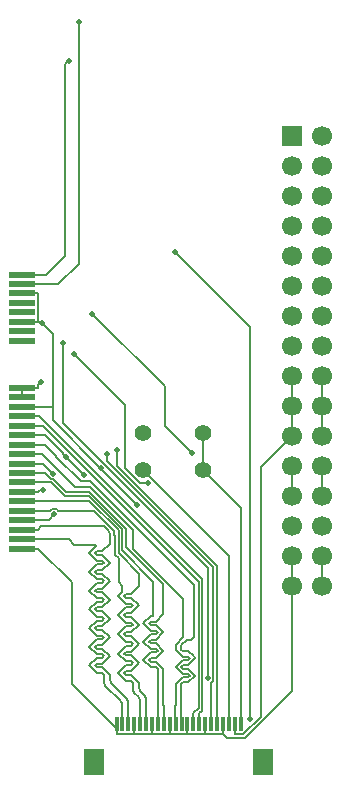
<source format=gtl>
G04 #@! TF.GenerationSoftware,KiCad,Pcbnew,9.0.2*
G04 #@! TF.CreationDate,2025-06-24T15:08:32-04:00*
G04 #@! TF.ProjectId,uconsole-expansion-card-template,75636f6e-736f-46c6-952d-657870616e73,0.1*
G04 #@! TF.SameCoordinates,Original*
G04 #@! TF.FileFunction,Copper,L1,Top*
G04 #@! TF.FilePolarity,Positive*
%FSLAX46Y46*%
G04 Gerber Fmt 4.6, Leading zero omitted, Abs format (unit mm)*
G04 Created by KiCad (PCBNEW 9.0.2) date 2025-06-24 15:08:32*
%MOMM*%
%LPD*%
G01*
G04 APERTURE LIST*
G04 #@! TA.AperFunction,ComponentPad*
%ADD10C,1.400000*%
G04 #@! TD*
G04 #@! TA.AperFunction,ConnectorPad*
%ADD11R,2.300000X0.600000*%
G04 #@! TD*
G04 #@! TA.AperFunction,SMDPad,CuDef*
%ADD12R,0.300000X1.300000*%
G04 #@! TD*
G04 #@! TA.AperFunction,SMDPad,CuDef*
%ADD13R,1.800000X2.200000*%
G04 #@! TD*
G04 #@! TA.AperFunction,ComponentPad*
%ADD14R,1.700000X1.700000*%
G04 #@! TD*
G04 #@! TA.AperFunction,ComponentPad*
%ADD15C,1.700000*%
G04 #@! TD*
G04 #@! TA.AperFunction,ViaPad*
%ADD16C,0.500000*%
G04 #@! TD*
G04 #@! TA.AperFunction,Conductor*
%ADD17C,0.127000*%
G04 #@! TD*
G04 #@! TA.AperFunction,Conductor*
%ADD18C,0.140600*%
G04 #@! TD*
G04 #@! TA.AperFunction,Conductor*
%ADD19C,0.159800*%
G04 #@! TD*
G04 #@! TA.AperFunction,Conductor*
%ADD20C,0.200000*%
G04 #@! TD*
G04 APERTURE END LIST*
D10*
X99340000Y-105250000D03*
X94260000Y-105250000D03*
D11*
X84015000Y-88720000D03*
X84015000Y-89520000D03*
X84015000Y-90320000D03*
X84015000Y-91120000D03*
X84015000Y-91920000D03*
X84015000Y-92720000D03*
X84015000Y-93520000D03*
X84015000Y-94320000D03*
X84015000Y-98320000D03*
X84015000Y-99120000D03*
X84015000Y-99920000D03*
X84015000Y-100720000D03*
X84015000Y-101520000D03*
X84015000Y-102320000D03*
X84015000Y-103120000D03*
X84015000Y-103920000D03*
X84015000Y-104720000D03*
X84015000Y-105520000D03*
X84015000Y-106320000D03*
X84015000Y-107120000D03*
X84015000Y-107920000D03*
X84015000Y-108720000D03*
X84015000Y-109520000D03*
X84015000Y-110320000D03*
X84015000Y-111120000D03*
X84015000Y-111920000D03*
D12*
X92050000Y-126750000D03*
X92550000Y-126750000D03*
X93050000Y-126750000D03*
X93550000Y-126750000D03*
X94050000Y-126750000D03*
X94550000Y-126750000D03*
X95050000Y-126750000D03*
X95550000Y-126750000D03*
X96050000Y-126750000D03*
X96550000Y-126750000D03*
X97050000Y-126750000D03*
X97550000Y-126750000D03*
X98050000Y-126750000D03*
X98550000Y-126750000D03*
X99050000Y-126750000D03*
X99550000Y-126750000D03*
X100050000Y-126750000D03*
X100550000Y-126750000D03*
X101050000Y-126750000D03*
X101550000Y-126750000D03*
X102050000Y-126750000D03*
X102550000Y-126750000D03*
D13*
X90150000Y-130000000D03*
X104450000Y-130000000D03*
D10*
X99340000Y-102100000D03*
X94260000Y-102100000D03*
D14*
X106875000Y-76950000D03*
D15*
X109415000Y-76950000D03*
X106875000Y-79490000D03*
X109415000Y-79490000D03*
X106875000Y-82030000D03*
X109415000Y-82030000D03*
X106875000Y-84570000D03*
X109415000Y-84570000D03*
X106875000Y-87110000D03*
X109415000Y-87110000D03*
X106875000Y-89650000D03*
X109415000Y-89650000D03*
X106875000Y-92190000D03*
X109415000Y-92190000D03*
X106875000Y-94730000D03*
X109415000Y-94730000D03*
X106875000Y-97270000D03*
X109415000Y-97270000D03*
X106875000Y-99810000D03*
X109415000Y-99810000D03*
X106875000Y-102350000D03*
X109415000Y-102350000D03*
X106875000Y-104890000D03*
X109415000Y-104890000D03*
X106875000Y-107430000D03*
X109415000Y-107430000D03*
X106875000Y-109970000D03*
X109415000Y-109970000D03*
X106875000Y-112510000D03*
X109415000Y-112510000D03*
X106875000Y-115050000D03*
X109415000Y-115050000D03*
D16*
X88010000Y-70614000D03*
X88830000Y-67340000D03*
X103346100Y-126318100D03*
X97009500Y-86848000D03*
X87526600Y-94477600D03*
X99756000Y-122912400D03*
X89965800Y-92039200D03*
X98410000Y-103820000D03*
X89287050Y-105717050D03*
X85815800Y-106999200D03*
X86777700Y-109034100D03*
X93815506Y-108240994D03*
X87792256Y-104177744D03*
X86707600Y-105569500D03*
X85727500Y-92837400D03*
X90694362Y-105119850D03*
X94721600Y-106358700D03*
X88445500Y-95448000D03*
X85618500Y-97843300D03*
X91227800Y-103878500D03*
X92060600Y-103586000D03*
D17*
X87710000Y-87120000D02*
X87710000Y-70914000D01*
X86110000Y-88720000D02*
X87710000Y-87120000D01*
X87710000Y-70914000D02*
X88010000Y-70614000D01*
X84015000Y-88720000D02*
X86110000Y-88720000D01*
X88830000Y-67340000D02*
X88830000Y-87820000D01*
X87130000Y-89520000D02*
X84015000Y-89520000D01*
X88830000Y-87820000D02*
X87130000Y-89520000D01*
X103346100Y-93184600D02*
X97009500Y-86848000D01*
X103346100Y-126318100D02*
X103346100Y-93184600D01*
X87526600Y-101296600D02*
X87526600Y-94477600D01*
X99756000Y-113526000D02*
X87526600Y-101296600D01*
X99756000Y-122912400D02*
X99756000Y-113526000D01*
X99050000Y-126750000D02*
X99050000Y-125884800D01*
X99290800Y-114530800D02*
X90661500Y-105901500D01*
X99290800Y-125644000D02*
X99290800Y-114530800D01*
X90661500Y-105901500D02*
X90651500Y-105901500D01*
X85470000Y-100720000D02*
X84015000Y-100720000D01*
X90651500Y-105901500D02*
X85470000Y-100720000D01*
X99050000Y-125884800D02*
X99290800Y-125644000D01*
X99012000Y-114742000D02*
X85790000Y-101520000D01*
X99012000Y-125422800D02*
X99012000Y-114742000D01*
X85790000Y-101520000D02*
X84015000Y-101520000D01*
X98550000Y-125884800D02*
X99012000Y-125422800D01*
X98550000Y-126750000D02*
X98550000Y-125884800D01*
D18*
X98717900Y-121206000D02*
X98570300Y-121058300D01*
X97642900Y-121792000D02*
X98132100Y-121792000D01*
X97970000Y-119640000D02*
X98380300Y-119640000D01*
X98570300Y-119450000D02*
X98570300Y-114990300D01*
X97490000Y-120120000D02*
X97970000Y-119640000D01*
X97497600Y-123399000D02*
X97642900Y-123254000D01*
X97527400Y-125161000D02*
X97497600Y-125131000D01*
X98570300Y-114990300D02*
X96462200Y-112882200D01*
D17*
X97550000Y-126750000D02*
X97527400Y-126727400D01*
D18*
X85950000Y-103120000D02*
X84015000Y-103120000D01*
X89768350Y-106188350D02*
X89018350Y-106188350D01*
X97642900Y-122082000D02*
X97497600Y-121937000D01*
X97527400Y-126136000D02*
X97527400Y-125161000D01*
X98132100Y-122082000D02*
X97642900Y-122082000D01*
X98132100Y-123254000D02*
X98717900Y-122668000D01*
X98570300Y-121058300D02*
X98132100Y-120620000D01*
X89018350Y-106188350D02*
X86960000Y-104130000D01*
X97497600Y-121937000D02*
X97642900Y-121792000D01*
X97497600Y-120475000D02*
X97497600Y-120127600D01*
X98717900Y-122668000D02*
X98132100Y-122082000D01*
X97642900Y-123254000D02*
X98132100Y-123254000D01*
X96462200Y-112882200D02*
X89768350Y-106188350D01*
X97497600Y-125131000D02*
X97497600Y-123399000D01*
X86948400Y-104118400D02*
X85950000Y-103120000D01*
X98132100Y-120620000D02*
X97642900Y-120620000D01*
X97497600Y-120127600D02*
X97490000Y-120120000D01*
X98132100Y-121792000D02*
X98717900Y-121206000D01*
X97642900Y-120620000D02*
X97497600Y-120475000D01*
X98380300Y-119640000D02*
X98570300Y-119450000D01*
D17*
X97527400Y-126727400D02*
X97527400Y-126136000D01*
D18*
X97057100Y-120475000D02*
X97642900Y-121061000D01*
D17*
X89769000Y-106702400D02*
X88498400Y-106702400D01*
D18*
X97642900Y-122813000D02*
X97057100Y-123399000D01*
D17*
X85716000Y-103920000D02*
X84015000Y-103920000D01*
X93440900Y-111932200D02*
X93440900Y-110374300D01*
X88498400Y-106702400D02*
X85716000Y-103920000D01*
X97698300Y-116189600D02*
X93440900Y-111932200D01*
X97633600Y-122532300D02*
X97642900Y-122523000D01*
D18*
X97057100Y-125131000D02*
X97027400Y-125161000D01*
X98277400Y-121206000D02*
X98132100Y-121351000D01*
D17*
X97027400Y-126727400D02*
X97027400Y-126136000D01*
D18*
X98132100Y-122523000D02*
X98277400Y-122668000D01*
X97642900Y-121351000D02*
X97057100Y-121937000D01*
D17*
X97698300Y-119420000D02*
X97698300Y-116189600D01*
D18*
X97057100Y-120475000D02*
X97057100Y-120061200D01*
D17*
X93440900Y-110374300D02*
X89769000Y-106702400D01*
D18*
X98132100Y-122813000D02*
X97642900Y-122813000D01*
X98277400Y-122668000D02*
X98132100Y-122813000D01*
X97057100Y-120061200D02*
X97698300Y-119420000D01*
X97642900Y-122523000D02*
X98132100Y-122523000D01*
X97642900Y-121061000D02*
X98132100Y-121061000D01*
D17*
X97642900Y-122541600D02*
X97633600Y-122532300D01*
D18*
X97057100Y-123399000D02*
X97057100Y-125131000D01*
X98132100Y-121351000D02*
X97642900Y-121351000D01*
D17*
X97050000Y-126750000D02*
X97027400Y-126727400D01*
D18*
X97057100Y-121937000D02*
X97642900Y-122523000D01*
X98132100Y-121061000D02*
X98277400Y-121206000D01*
X97027400Y-125161000D02*
X97027400Y-126136000D01*
D19*
X94932300Y-118405000D02*
X95392600Y-118405000D01*
D17*
X86515000Y-106034700D02*
X86673800Y-106034700D01*
D19*
X96007300Y-125141000D02*
X96027400Y-125161000D01*
X94932300Y-121484000D02*
X95392600Y-121484000D01*
X95392600Y-119944000D02*
X96007300Y-120559000D01*
X96007300Y-122098000D02*
X96007300Y-125141000D01*
D17*
X92883500Y-111768900D02*
X96007300Y-114892700D01*
D19*
X94777400Y-119790000D02*
X94932300Y-119944000D01*
D17*
X96007300Y-114892700D02*
X96007300Y-117481000D01*
D19*
X96007300Y-117481000D02*
X95392600Y-118096000D01*
X95392600Y-121174000D02*
X94932300Y-121174000D01*
X94777400Y-121329000D02*
X94932300Y-121484000D01*
D17*
X92883500Y-110258900D02*
X92883500Y-111768900D01*
X87758700Y-107119600D02*
X89744200Y-107119600D01*
D19*
X94932300Y-119944000D02*
X95392600Y-119944000D01*
D17*
X84015000Y-105520000D02*
X86000300Y-105520000D01*
D19*
X94777400Y-118250000D02*
X94932300Y-118405000D01*
X94932300Y-119635000D02*
X94777400Y-119790000D01*
X95392600Y-118096000D02*
X94932300Y-118096000D01*
X95392600Y-119635000D02*
X94932300Y-119635000D01*
D17*
X89744200Y-107119600D02*
X92883500Y-110258900D01*
D19*
X96007300Y-120559000D02*
X95392600Y-121174000D01*
D17*
X86673800Y-106034700D02*
X87758700Y-107119600D01*
X96050000Y-126750000D02*
X96027400Y-126727400D01*
D19*
X94932300Y-121174000D02*
X94777400Y-121329000D01*
X95392600Y-118405000D02*
X96007300Y-119020000D01*
D17*
X96027400Y-126727400D02*
X96027400Y-126136000D01*
X86000300Y-105520000D02*
X86515000Y-106034700D01*
D19*
X96027400Y-125161000D02*
X96027400Y-126136000D01*
X95392600Y-121484000D02*
X96007300Y-122098000D01*
X96007300Y-119020000D02*
X95392600Y-119635000D01*
X94932300Y-118096000D02*
X94777400Y-118250000D01*
X95547500Y-120559000D02*
X95392600Y-120714000D01*
X95392600Y-120714000D02*
X94932300Y-120714000D01*
D17*
X95162500Y-114730900D02*
X92506800Y-112075200D01*
X87650200Y-107512000D02*
X86458200Y-106320000D01*
D19*
X95392600Y-121944000D02*
X95547500Y-122098000D01*
X95547500Y-122098000D02*
X95547500Y-125141000D01*
D17*
X89742500Y-107512000D02*
X87650200Y-107512000D01*
X95550000Y-125671100D02*
X95550000Y-126750000D01*
X92506800Y-112075200D02*
X92506800Y-110276300D01*
D19*
X94317600Y-118250000D02*
X94932300Y-118865000D01*
X95392600Y-120404000D02*
X95547500Y-120559000D01*
X95547500Y-119020000D02*
X95392600Y-119175000D01*
X95527400Y-125161000D02*
X95527400Y-125648500D01*
X94932300Y-118865000D02*
X95392600Y-118865000D01*
X94317600Y-121329000D02*
X94932300Y-121944000D01*
X94932300Y-120404000D02*
X95392600Y-120404000D01*
D17*
X95527400Y-125648500D02*
X95550000Y-125671100D01*
X95162500Y-117636000D02*
X95162500Y-114730900D01*
D19*
X94932300Y-117636000D02*
X94317600Y-118250000D01*
X94932300Y-121944000D02*
X95392600Y-121944000D01*
X94317600Y-119790000D02*
X94932300Y-120404000D01*
X95392600Y-118865000D02*
X95547500Y-119020000D01*
X95527400Y-125648500D02*
X95527400Y-126136000D01*
X94932300Y-119175000D02*
X94317600Y-119790000D01*
D17*
X86458200Y-106320000D02*
X84015000Y-106320000D01*
D19*
X95547500Y-125141000D02*
X95527400Y-125161000D01*
X94932300Y-120714000D02*
X94317600Y-121329000D01*
X95162500Y-117636000D02*
X94932300Y-117636000D01*
D17*
X92506800Y-110276300D02*
X89742500Y-107512000D01*
D19*
X95392600Y-119175000D02*
X94932300Y-119175000D01*
X93287100Y-116066000D02*
X93950000Y-116729000D01*
D17*
X84015000Y-107920000D02*
X85380200Y-107920000D01*
D19*
X93287100Y-120663000D02*
X92850900Y-120663000D01*
X93950000Y-118364000D02*
X93287100Y-119027000D01*
X93950000Y-116729000D02*
X93287100Y-117392000D01*
X93287100Y-117702000D02*
X93950000Y-118364000D01*
X92850900Y-122608000D02*
X93287100Y-122608000D01*
X93287100Y-119337000D02*
X93950000Y-120000000D01*
X93287100Y-119027000D02*
X92850900Y-119027000D01*
X92850900Y-120663000D02*
X92696000Y-120818000D01*
X92696000Y-115911000D02*
X92850900Y-116066000D01*
X93287100Y-117392000D02*
X92850900Y-117392000D01*
X92850900Y-116066000D02*
X93287100Y-116066000D01*
X93950000Y-120000000D02*
X93287100Y-120663000D01*
X93287100Y-122608000D02*
X93950000Y-123271000D01*
X93950000Y-123271000D02*
X93950000Y-123665000D01*
X92850900Y-119027000D02*
X92696000Y-119182000D01*
D17*
X93950000Y-114050800D02*
X93950000Y-115093000D01*
D19*
X92696000Y-122453000D02*
X92850900Y-122608000D01*
D17*
X85380200Y-107920000D02*
X89756300Y-107920000D01*
D19*
X92850900Y-117392000D02*
X92696000Y-117547000D01*
X92696000Y-117547000D02*
X92850900Y-117702000D01*
X92696000Y-119182000D02*
X92850900Y-119337000D01*
X93287100Y-120973000D02*
X93950000Y-121636000D01*
D17*
X92227400Y-112328200D02*
X93950000Y-114050800D01*
D19*
X92696000Y-115911000D02*
X92810100Y-115759000D01*
X93950000Y-115093000D02*
X93287100Y-115756000D01*
X92850900Y-119337000D02*
X93287100Y-119337000D01*
X93287100Y-115756000D02*
X92850900Y-115756000D01*
X92850900Y-122298000D02*
X92696000Y-122453000D01*
X92850900Y-115756000D02*
X92696000Y-115911000D01*
X94410200Y-124291000D02*
X94527400Y-124574000D01*
X93950000Y-123665000D02*
X94067200Y-123948000D01*
D17*
X94527400Y-126727400D02*
X94527400Y-126136000D01*
D19*
X92850900Y-117702000D02*
X93287100Y-117702000D01*
D17*
X89756300Y-107920000D02*
X92227400Y-110391100D01*
D19*
X92696000Y-120818000D02*
X92850900Y-120973000D01*
X94067200Y-123948000D02*
X94410200Y-124291000D01*
D17*
X92227400Y-110391100D02*
X92227400Y-112328200D01*
D19*
X94527400Y-124574000D02*
X94527400Y-126136000D01*
D17*
X94550000Y-126750000D02*
X94527400Y-126727400D01*
D19*
X93287100Y-122298000D02*
X92850900Y-122298000D01*
X92850900Y-120973000D02*
X93287100Y-120973000D01*
X93950000Y-121636000D02*
X93287100Y-122298000D01*
X92850900Y-123116000D02*
X93287100Y-123116000D01*
D17*
X91948700Y-111629200D02*
X91947900Y-111628400D01*
D19*
X92850900Y-118519000D02*
X92188000Y-119182000D01*
X93559200Y-124151000D02*
X93910200Y-124502000D01*
D17*
X86970400Y-108568900D02*
X86585100Y-108568900D01*
D19*
X93287100Y-120155000D02*
X92850900Y-120155000D01*
D17*
X92227400Y-112778800D02*
X92227400Y-112722400D01*
X92228900Y-114792400D02*
X92228900Y-112780300D01*
D19*
X92850900Y-116574000D02*
X93287100Y-116574000D01*
X93287100Y-123116000D02*
X93442000Y-123271000D01*
X93287100Y-118210000D02*
X93442000Y-118364000D01*
X92188000Y-119182000D02*
X92850900Y-119845000D01*
X93910200Y-124502000D02*
X94027400Y-124785000D01*
X92850900Y-118210000D02*
X93287100Y-118210000D01*
D17*
X91947200Y-111164400D02*
X91947200Y-110899100D01*
D19*
X92850900Y-121790000D02*
X92188000Y-122453000D01*
X92188000Y-120818000D02*
X92850900Y-121481000D01*
D17*
X91947900Y-111165100D02*
X91947200Y-111164400D01*
D19*
X92188000Y-117547000D02*
X92850900Y-118210000D01*
D17*
X92496400Y-115602600D02*
X92496400Y-115059900D01*
D19*
X93442000Y-118364000D02*
X93287100Y-118519000D01*
D17*
X94050000Y-125483100D02*
X94050000Y-126750000D01*
X87121500Y-108720000D02*
X86970400Y-108568900D01*
D19*
X92850900Y-120155000D02*
X92188000Y-120818000D01*
X93442000Y-120000000D02*
X93287100Y-120155000D01*
X93287100Y-116574000D02*
X93442000Y-116729000D01*
X94027400Y-125460500D02*
X94027400Y-126136000D01*
D17*
X94027400Y-125460500D02*
X94050000Y-125483100D01*
X92228900Y-112780300D02*
X92227400Y-112778800D01*
D19*
X94027400Y-124785000D02*
X94027400Y-125460500D01*
D17*
X91858900Y-110425500D02*
X90153400Y-108720000D01*
X91858900Y-110810800D02*
X91858900Y-110425500D01*
X90153400Y-108720000D02*
X87121500Y-108720000D01*
D19*
X92850900Y-116884000D02*
X92188000Y-117547000D01*
X93442000Y-123868000D02*
X93559200Y-124151000D01*
X92850900Y-121481000D02*
X93287100Y-121481000D01*
D17*
X91948700Y-112443700D02*
X91948700Y-111629200D01*
X92496400Y-115059900D02*
X92228900Y-114792400D01*
D19*
X93287100Y-116884000D02*
X92850900Y-116884000D01*
D17*
X86434000Y-108720000D02*
X84015000Y-108720000D01*
D19*
X93442000Y-123271000D02*
X93442000Y-123868000D01*
X93287100Y-121481000D02*
X93442000Y-121636000D01*
D17*
X91947200Y-110899100D02*
X91858900Y-110810800D01*
D19*
X93442000Y-116729000D02*
X93287100Y-116884000D01*
X92850900Y-119845000D02*
X93287100Y-119845000D01*
X92496400Y-115602600D02*
X92188000Y-115911000D01*
D17*
X86585100Y-108568900D02*
X86434000Y-108720000D01*
D19*
X93287100Y-119845000D02*
X93442000Y-120000000D01*
X93287100Y-118519000D02*
X92850900Y-118519000D01*
X93442000Y-121636000D02*
X93287100Y-121790000D01*
X93287100Y-121790000D02*
X92850900Y-121790000D01*
D17*
X91947900Y-111628400D02*
X91947900Y-111165100D01*
D19*
X92188000Y-122453000D02*
X92850900Y-123116000D01*
X92188000Y-115911000D02*
X92850900Y-116574000D01*
D17*
X92227400Y-112722400D02*
X91948700Y-112443700D01*
D19*
X90374400Y-112156000D02*
X90219500Y-112310000D01*
X91578000Y-123288000D02*
X92910200Y-124620000D01*
X90219500Y-118650000D02*
X90374400Y-118804000D01*
X90219500Y-113895000D02*
X90374400Y-114050000D01*
X90219500Y-120234000D02*
X90374400Y-120389000D01*
X91460800Y-122612000D02*
X91460800Y-123005000D01*
X91460800Y-121027000D02*
X90823300Y-121664000D01*
X92910200Y-124620000D02*
X93027400Y-124903000D01*
X90374400Y-118804000D02*
X90823300Y-118804000D01*
X93027400Y-124903000D02*
X93027400Y-126136000D01*
X91460800Y-113103000D02*
X90823300Y-113740000D01*
X90823300Y-115325000D02*
X90374400Y-115325000D01*
X91460800Y-116272000D02*
X90823300Y-116910000D01*
X90374400Y-115325000D02*
X90219500Y-115480000D01*
X90219500Y-115480000D02*
X90374400Y-115635000D01*
X90823300Y-121974000D02*
X91460800Y-122612000D01*
X90374400Y-118495000D02*
X90219500Y-118650000D01*
X90823300Y-113740000D02*
X90374400Y-113740000D01*
D17*
X85380200Y-110320000D02*
X85660200Y-110040000D01*
D19*
X90823300Y-112156000D02*
X90374400Y-112156000D01*
D17*
X93050000Y-126750000D02*
X93027400Y-126727400D01*
D19*
X91460800Y-119442000D02*
X90823300Y-120080000D01*
X90823300Y-116910000D02*
X90374400Y-116910000D01*
X90219500Y-117065000D02*
X90374400Y-117220000D01*
X91460800Y-111518000D02*
X90823300Y-112156000D01*
X90219500Y-121819000D02*
X90374400Y-121974000D01*
X90374400Y-116910000D02*
X90219500Y-117065000D01*
X90600000Y-110040000D02*
X91005000Y-110040000D01*
X90823300Y-120080000D02*
X90374400Y-120080000D01*
X90823300Y-118495000D02*
X90374400Y-118495000D01*
X90823300Y-117220000D02*
X91460800Y-117857000D01*
X91460800Y-110661000D02*
X91460800Y-111518000D01*
X90219500Y-112310000D02*
X90374400Y-112465000D01*
D17*
X93027400Y-126727400D02*
X93027400Y-126136000D01*
D19*
X90823300Y-120389000D02*
X91460800Y-121027000D01*
X90374400Y-120080000D02*
X90219500Y-120234000D01*
X90823300Y-118804000D02*
X91460800Y-119442000D01*
X90374400Y-114050000D02*
X90823300Y-114050000D01*
X90374400Y-113740000D02*
X90219500Y-113895000D01*
X91343600Y-110379000D02*
X91460800Y-110661000D01*
X91005000Y-110040000D02*
X91343600Y-110379000D01*
X90374400Y-121974000D02*
X90823300Y-121974000D01*
X90374400Y-121664000D02*
X90219500Y-121819000D01*
X90823300Y-115635000D02*
X91460800Y-116272000D01*
X91460800Y-114688000D02*
X90823300Y-115325000D01*
X90823300Y-114050000D02*
X91460800Y-114688000D01*
D17*
X84015000Y-110320000D02*
X85380200Y-110320000D01*
D19*
X91460800Y-117857000D02*
X90823300Y-118495000D01*
X90374400Y-117220000D02*
X90823300Y-117220000D01*
X90823300Y-121664000D02*
X90374400Y-121664000D01*
X90374400Y-112465000D02*
X90823300Y-112465000D01*
X90823300Y-112465000D02*
X91460800Y-113103000D01*
X90374400Y-115635000D02*
X90823300Y-115635000D01*
D17*
X85660200Y-110040000D02*
X90600000Y-110040000D01*
D19*
X90374400Y-120389000D02*
X90823300Y-120389000D01*
X91460800Y-123005000D02*
X91578000Y-123288000D01*
X90823300Y-120872000D02*
X90978200Y-121027000D01*
X90374400Y-119597000D02*
X89736900Y-120234000D01*
X92410200Y-124831000D02*
X92527400Y-125114000D01*
X90978200Y-117857000D02*
X90823300Y-118012000D01*
X90823300Y-116118000D02*
X90978200Y-116272000D01*
X90978200Y-122612000D02*
X90978200Y-123233000D01*
X90823300Y-113258000D02*
X90374400Y-113258000D01*
X90823300Y-119597000D02*
X90374400Y-119597000D01*
X90374400Y-120872000D02*
X90823300Y-120872000D01*
X90978200Y-116272000D02*
X90823300Y-116427000D01*
X89736900Y-117065000D02*
X90374400Y-117702000D01*
X90823300Y-118012000D02*
X90374400Y-118012000D01*
X90978200Y-113103000D02*
X90823300Y-113258000D01*
X90374400Y-121182000D02*
X89736900Y-121819000D01*
X90374400Y-119287000D02*
X90823300Y-119287000D01*
X90823300Y-114842000D02*
X90374400Y-114842000D01*
X90978200Y-123233000D02*
X91095400Y-123516000D01*
X90374400Y-122457000D02*
X90823300Y-122457000D01*
X90338176Y-111709000D02*
X89737038Y-112310138D01*
X89736900Y-120234000D02*
X90374400Y-120872000D01*
X92527400Y-125625000D02*
X92527400Y-126136000D01*
D17*
X90338350Y-111708950D02*
X90338400Y-111708900D01*
D19*
X90823300Y-122457000D02*
X90978200Y-122612000D01*
X90978200Y-114688000D02*
X90823300Y-114842000D01*
X90374400Y-112948000D02*
X90823300Y-112948000D01*
D17*
X90235700Y-111606300D02*
X90338400Y-111709000D01*
X87986700Y-111120000D02*
X84015000Y-111120000D01*
D19*
X89736900Y-113895000D02*
X90374400Y-114533000D01*
X90823300Y-114533000D02*
X90978200Y-114688000D01*
X90374400Y-114842000D02*
X89736900Y-115480000D01*
X90374400Y-117702000D02*
X90823300Y-117702000D01*
X89737038Y-112310138D02*
X90374400Y-112948000D01*
D17*
X88473000Y-111606300D02*
X90235700Y-111606300D01*
D19*
X90374400Y-113258000D02*
X89736900Y-113895000D01*
D17*
X90338400Y-111709000D02*
X90338350Y-111708950D01*
D19*
X89736900Y-115480000D02*
X90374400Y-116118000D01*
X90823300Y-121182000D02*
X90374400Y-121182000D01*
D17*
X92550000Y-125647600D02*
X92550000Y-126750000D01*
D19*
X92527400Y-125114000D02*
X92527400Y-125625000D01*
X91095400Y-123516000D02*
X92410200Y-124831000D01*
X90978200Y-119442000D02*
X90823300Y-119597000D01*
X90374400Y-116427000D02*
X89736900Y-117065000D01*
X89736900Y-118650000D02*
X90374400Y-119287000D01*
X90823300Y-116427000D02*
X90374400Y-116427000D01*
X90823300Y-119287000D02*
X90978200Y-119442000D01*
X90338400Y-111709000D02*
X90338176Y-111709000D01*
D17*
X92527400Y-125625000D02*
X92550000Y-125647600D01*
D19*
X90374400Y-116118000D02*
X90823300Y-116118000D01*
X90374400Y-118012000D02*
X89736900Y-118650000D01*
X89736900Y-121819000D02*
X90374400Y-122457000D01*
X90374400Y-114533000D02*
X90823300Y-114533000D01*
D17*
X88473000Y-111606300D02*
X87986700Y-111120000D01*
D19*
X90823300Y-112948000D02*
X90978200Y-113103000D01*
X90823300Y-117702000D02*
X90978200Y-117857000D01*
X90978200Y-121027000D02*
X90823300Y-121182000D01*
D20*
X90559300Y-92632700D02*
X89965800Y-92039200D01*
X96109700Y-101519700D02*
X96109700Y-98183100D01*
X98410000Y-103820000D02*
X96109700Y-101519700D01*
X89965800Y-92039200D02*
X90559300Y-92632700D01*
X96109700Y-98183100D02*
X89965800Y-92039200D01*
X90977000Y-105437000D02*
X93780994Y-108240994D01*
X98048500Y-127651700D02*
X98050000Y-127650200D01*
X95051500Y-127651700D02*
X96548500Y-127651700D01*
X85858100Y-104720000D02*
X86707600Y-105569500D01*
X98050000Y-127650200D02*
X98051500Y-127651700D01*
X85416700Y-90320000D02*
X85416700Y-92720000D01*
X106875000Y-124004500D02*
X102902500Y-127977000D01*
X95050000Y-126750000D02*
X95050000Y-127650000D01*
X87792256Y-104177744D02*
X87506800Y-103892288D01*
X90679850Y-105119850D02*
X86626700Y-101066700D01*
X87506800Y-103856800D02*
X85970000Y-102320000D01*
X87506800Y-103892288D02*
X87506800Y-103856800D01*
X98050000Y-126750000D02*
X98050000Y-127650200D01*
X87792256Y-104177744D02*
X88024512Y-104410000D01*
X101375300Y-127977000D02*
X101050000Y-127651700D01*
X86626700Y-99920000D02*
X85416700Y-99920000D01*
X93551500Y-127651700D02*
X95050000Y-127651700D01*
X84015000Y-99920000D02*
X85415000Y-99920000D01*
X96550000Y-127650200D02*
X96550000Y-127651700D01*
X98051500Y-127651700D02*
X99550000Y-127651700D01*
X88234300Y-114737600D02*
X88234300Y-123385100D01*
X88024512Y-104410000D02*
X88030000Y-104410000D01*
X90977000Y-105402488D02*
X90977000Y-105437000D01*
X86626700Y-101066700D02*
X86626700Y-99920000D01*
X92050000Y-127651700D02*
X93550000Y-127651700D01*
X90694362Y-105119850D02*
X90977000Y-105402488D01*
X95050000Y-127650200D02*
X95051500Y-127651700D01*
X93550000Y-127650000D02*
X93550000Y-127650200D01*
X96550000Y-127651700D02*
X98048500Y-127651700D01*
X101050000Y-126750000D02*
X101050000Y-127651700D01*
X106875000Y-115050000D02*
X106875000Y-112510000D01*
X85815800Y-106999200D02*
X85537500Y-106999200D01*
X85970000Y-102320000D02*
X84015000Y-102320000D01*
X109415000Y-115050000D02*
X109415000Y-112510000D01*
X86291800Y-109520000D02*
X86777700Y-109034100D01*
X93550000Y-127650200D02*
X93550000Y-127651700D01*
X84015000Y-92720000D02*
X85328400Y-92720000D01*
X101050000Y-127651700D02*
X99550000Y-127651700D01*
X88234300Y-123385100D02*
X92050000Y-127200800D01*
X86291800Y-109520000D02*
X86777700Y-109034100D01*
X95050000Y-127650200D02*
X95050000Y-127651700D01*
X84015000Y-111920000D02*
X85416700Y-111920000D01*
X85416700Y-92720000D02*
X85610100Y-92720000D01*
X85537500Y-106999200D02*
X85416700Y-107120000D01*
X84015000Y-90320000D02*
X85416700Y-90320000D01*
X88030000Y-104410000D02*
X89287050Y-105667050D01*
X85415000Y-99920000D02*
X85415200Y-99920000D01*
X92050000Y-126750000D02*
X92050000Y-127200800D01*
X106875000Y-115050000D02*
X106875000Y-124004500D01*
X93550000Y-127650200D02*
X93551500Y-127651700D01*
X85415200Y-99920000D02*
X85416700Y-99920000D01*
X85727500Y-92837400D02*
X86626700Y-93736600D01*
X99550000Y-126750000D02*
X99550000Y-127651700D01*
X86626700Y-93736600D02*
X86626700Y-99920000D01*
X85610100Y-92720000D02*
X85727500Y-92837400D01*
X84015000Y-107120000D02*
X85416700Y-107120000D01*
X85328400Y-92720000D02*
X85416700Y-92720000D01*
X89287050Y-105667050D02*
X89287050Y-105717050D01*
X95050000Y-127650000D02*
X95050000Y-127650200D01*
X84015000Y-104720000D02*
X85858100Y-104720000D01*
X93550000Y-126750000D02*
X93550000Y-127650000D01*
X102902500Y-127977000D02*
X101375300Y-127977000D01*
X93780994Y-108240994D02*
X93815506Y-108240994D01*
X84015000Y-109520000D02*
X86291800Y-109520000D01*
X90694362Y-105119850D02*
X90679850Y-105119850D01*
X92050000Y-127200800D02*
X92050000Y-127651700D01*
X96548500Y-127651700D02*
X96550000Y-127650200D01*
X96550000Y-126750000D02*
X96550000Y-127650200D01*
X86777700Y-109034100D02*
X86291800Y-109520000D01*
X85416700Y-111920000D02*
X88234300Y-114737600D01*
X85416700Y-98045100D02*
X85416700Y-98320000D01*
X109415000Y-107430000D02*
X109415000Y-104890000D01*
X85618500Y-97843300D02*
X85568100Y-97893700D01*
X84015000Y-98320000D02*
X84015000Y-99120000D01*
X88445500Y-95448000D02*
X88481100Y-95483600D01*
X88445500Y-95448000D02*
X92790700Y-99793200D01*
X92790700Y-99793200D02*
X92790700Y-105126500D01*
X102550000Y-108460000D02*
X102550000Y-126750000D01*
X85568100Y-97893700D02*
X85618500Y-97843300D01*
X92790700Y-105126500D02*
X94022900Y-106358700D01*
X99340000Y-105250000D02*
X99340000Y-102100000D01*
X94022900Y-106358700D02*
X94721600Y-106358700D01*
X99340000Y-105250000D02*
X102550000Y-108460000D01*
X84015000Y-98320000D02*
X85416700Y-98320000D01*
X88481100Y-95483600D02*
X88445500Y-95448000D01*
X85618500Y-97843300D02*
X85416700Y-98045100D01*
X106875000Y-104890000D02*
X106875000Y-107430000D01*
D17*
X101550000Y-112529200D02*
X94270800Y-105250000D01*
X109415000Y-99810000D02*
X109415000Y-102350000D01*
X94270800Y-105250000D02*
X94260000Y-105250000D01*
X101550000Y-126750000D02*
X101550000Y-112529200D01*
X109415000Y-97270000D02*
X109415000Y-99810000D01*
X102793400Y-127615200D02*
X104239400Y-126169200D01*
X106875000Y-97270000D02*
X106875000Y-99810000D01*
X104239400Y-104985600D02*
X106875000Y-102350000D01*
X102050000Y-127615200D02*
X102793400Y-127615200D01*
X104239400Y-126169200D02*
X104239400Y-104985600D01*
X106875000Y-102350000D02*
X106875000Y-99810000D01*
X102050000Y-126750000D02*
X102050000Y-127615200D01*
X91227800Y-103878500D02*
X91227800Y-104505800D01*
X100050000Y-123276300D02*
X100050000Y-126750000D01*
X91227800Y-104505800D02*
X100221200Y-113499200D01*
X100221200Y-123105100D02*
X100050000Y-123276300D01*
X100221200Y-113499200D02*
X100221200Y-123105100D01*
X100550000Y-113433900D02*
X100550000Y-126750000D01*
X92060600Y-104944500D02*
X100550000Y-113433900D01*
X92060600Y-103586000D02*
X92060600Y-104944500D01*
M02*

</source>
